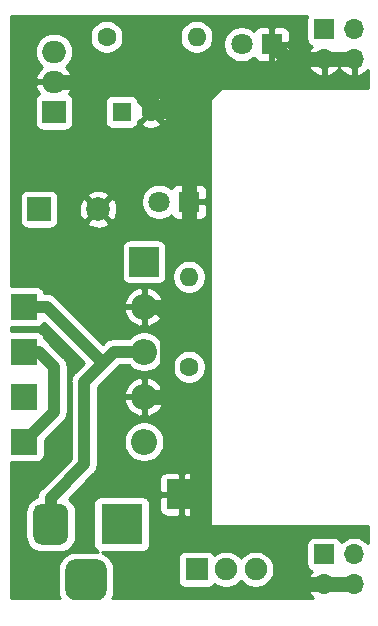
<source format=gbr>
%TF.GenerationSoftware,KiCad,Pcbnew,(5.1.10)-1*%
%TF.CreationDate,2021-09-08T17:33:34-04:00*%
%TF.ProjectId,BreadboardPowerSupplyLee,42726561-6462-46f6-9172-64506f776572,0.0.1*%
%TF.SameCoordinates,Original*%
%TF.FileFunction,Copper,L2,Bot*%
%TF.FilePolarity,Positive*%
%FSLAX46Y46*%
G04 Gerber Fmt 4.6, Leading zero omitted, Abs format (unit mm)*
G04 Created by KiCad (PCBNEW (5.1.10)-1) date 2021-09-08 17:33:34*
%MOMM*%
%LPD*%
G01*
G04 APERTURE LIST*
%TA.AperFunction,ComponentPad*%
%ADD10C,2.000000*%
%TD*%
%TA.AperFunction,ComponentPad*%
%ADD11R,2.000000X2.000000*%
%TD*%
%TA.AperFunction,ComponentPad*%
%ADD12C,1.600000*%
%TD*%
%TA.AperFunction,ComponentPad*%
%ADD13R,1.600000X1.600000*%
%TD*%
%TA.AperFunction,ComponentPad*%
%ADD14O,2.200000X2.200000*%
%TD*%
%TA.AperFunction,ComponentPad*%
%ADD15R,2.200000X2.200000*%
%TD*%
%TA.AperFunction,ComponentPad*%
%ADD16C,1.800000*%
%TD*%
%TA.AperFunction,ComponentPad*%
%ADD17R,1.800000X1.800000*%
%TD*%
%TA.AperFunction,ComponentPad*%
%ADD18R,3.500000X3.500000*%
%TD*%
%TA.AperFunction,ComponentPad*%
%ADD19O,1.700000X1.700000*%
%TD*%
%TA.AperFunction,ComponentPad*%
%ADD20R,1.700000X1.700000*%
%TD*%
%TA.AperFunction,ComponentPad*%
%ADD21O,1.600000X1.600000*%
%TD*%
%TA.AperFunction,ComponentPad*%
%ADD22C,1.900000*%
%TD*%
%TA.AperFunction,ComponentPad*%
%ADD23R,1.900000X1.900000*%
%TD*%
%TA.AperFunction,ComponentPad*%
%ADD24O,2.000000X1.905000*%
%TD*%
%TA.AperFunction,ComponentPad*%
%ADD25R,2.000000X1.905000*%
%TD*%
%TA.AperFunction,ComponentPad*%
%ADD26R,2.500000X2.500000*%
%TD*%
%TA.AperFunction,Conductor*%
%ADD27C,1.016000*%
%TD*%
%TA.AperFunction,Conductor*%
%ADD28C,1.270000*%
%TD*%
%TA.AperFunction,Conductor*%
%ADD29C,0.254000*%
%TD*%
%TA.AperFunction,Conductor*%
%ADD30C,0.100000*%
%TD*%
G04 APERTURE END LIST*
D10*
%TO.P,C1,2*%
%TO.N,GND*%
X141525000Y-106045000D03*
D11*
%TO.P,C1,1*%
%TO.N,/VDCraw*%
X136525000Y-106045000D03*
%TD*%
D12*
%TO.P,C2,2*%
%TO.N,GND*%
X146010000Y-97790000D03*
D13*
%TO.P,C2,1*%
%TO.N,/Vout*%
X143510000Y-97790000D03*
%TD*%
D14*
%TO.P,D1,2*%
%TO.N,/VSwitched*%
X145415000Y-125730000D03*
D15*
%TO.P,D1,1*%
%TO.N,/VDCraw*%
X135255000Y-125730000D03*
%TD*%
D14*
%TO.P,D2,2*%
%TO.N,GND*%
X145415000Y-121920000D03*
D15*
%TO.P,D2,1*%
%TO.N,/VSwitched*%
X135255000Y-121920000D03*
%TD*%
D14*
%TO.P,D3,2*%
%TO.N,/VinReference*%
X145415000Y-118110000D03*
D15*
%TO.P,D3,1*%
%TO.N,/VDCraw*%
X135255000Y-118110000D03*
%TD*%
D14*
%TO.P,D4,2*%
%TO.N,GND*%
X145415000Y-114300000D03*
D15*
%TO.P,D4,1*%
%TO.N,/VinReference*%
X135255000Y-114300000D03*
%TD*%
D16*
%TO.P,D5,2*%
%TO.N,/PowerOn*%
X146685000Y-105410000D03*
D17*
%TO.P,D5,1*%
%TO.N,GND*%
X149225000Y-105410000D03*
%TD*%
D16*
%TO.P,D6,2*%
%TO.N,/RegOn*%
X153670000Y-92075000D03*
D17*
%TO.P,D6,1*%
%TO.N,GND*%
X156210000Y-92075000D03*
%TD*%
%TO.P,J1,3*%
%TO.N,Net-(J1-Pad3)*%
%TA.AperFunction,ComponentPad*%
G36*
G01*
X138760000Y-138290000D02*
X138760000Y-136540000D01*
G75*
G02*
X139635000Y-135665000I875000J0D01*
G01*
X141385000Y-135665000D01*
G75*
G02*
X142260000Y-136540000I0J-875000D01*
G01*
X142260000Y-138290000D01*
G75*
G02*
X141385000Y-139165000I-875000J0D01*
G01*
X139635000Y-139165000D01*
G75*
G02*
X138760000Y-138290000I0J875000D01*
G01*
G37*
%TD.AperFunction*%
%TO.P,J1,2*%
%TO.N,/VinReference*%
%TA.AperFunction,ComponentPad*%
G36*
G01*
X136010000Y-133715000D02*
X136010000Y-131715000D01*
G75*
G02*
X136760000Y-130965000I750000J0D01*
G01*
X138260000Y-130965000D01*
G75*
G02*
X139010000Y-131715000I0J-750000D01*
G01*
X139010000Y-133715000D01*
G75*
G02*
X138260000Y-134465000I-750000J0D01*
G01*
X136760000Y-134465000D01*
G75*
G02*
X136010000Y-133715000I0J750000D01*
G01*
G37*
%TD.AperFunction*%
D18*
%TO.P,J1,1*%
%TO.N,/Vin*%
X143510000Y-132715000D03*
%TD*%
D19*
%TO.P,J2,4*%
%TO.N,GND*%
X163195000Y-93345000D03*
%TO.P,J2,3*%
X160655000Y-93345000D03*
%TO.P,J2,2*%
%TO.N,/Vout*%
X163195000Y-90805000D03*
D20*
%TO.P,J2,1*%
X160655000Y-90805000D03*
%TD*%
D19*
%TO.P,J3,4*%
%TO.N,GND*%
X163195000Y-137795000D03*
%TO.P,J3,3*%
X160655000Y-137795000D03*
%TO.P,J3,2*%
%TO.N,/Vout*%
X163195000Y-135255000D03*
D20*
%TO.P,J3,1*%
X160655000Y-135255000D03*
%TD*%
D21*
%TO.P,R1,2*%
%TO.N,/PowerOn*%
X149225000Y-111760000D03*
D12*
%TO.P,R1,1*%
%TO.N,/VDCraw*%
X149225000Y-119380000D03*
%TD*%
D21*
%TO.P,R2,2*%
%TO.N,/RegOn*%
X149860000Y-91440000D03*
D12*
%TO.P,R2,1*%
%TO.N,/Vout*%
X142240000Y-91440000D03*
%TD*%
D22*
%TO.P,SW1,3*%
%TO.N,Net-(SW1-Pad3)*%
X154860000Y-136525000D03*
%TO.P,SW1,2*%
%TO.N,/Vin*%
X152360000Y-136525000D03*
D23*
%TO.P,SW1,1*%
%TO.N,/VSwitched*%
X149860000Y-136525000D03*
%TD*%
D24*
%TO.P,U1,3*%
%TO.N,/Vout*%
X137795000Y-92710000D03*
%TO.P,U1,2*%
%TO.N,GND*%
X137795000Y-95250000D03*
D25*
%TO.P,U1,1*%
%TO.N,/VDCraw*%
X137795000Y-97790000D03*
%TD*%
D26*
%TO.P,GND1,1*%
%TO.N,GND*%
X148590000Y-130175000D03*
%TD*%
%TO.P,Vcc1,1*%
%TO.N,/Vout*%
X145415000Y-110490000D03*
%TD*%
D27*
%TO.N,/VDCraw*%
X135255000Y-118110000D02*
X136525000Y-118110000D01*
X136525000Y-118110000D02*
X137795000Y-119380000D01*
X137795000Y-123190000D02*
X135255000Y-125730000D01*
X137795000Y-119380000D02*
X137795000Y-123190000D01*
D28*
%TO.N,GND*%
X163195000Y-93345000D02*
X160655000Y-93345000D01*
X160655000Y-93345000D02*
X157480000Y-93345000D01*
X157480000Y-93345000D02*
X156210000Y-92075000D01*
X146032605Y-97767395D02*
X146010000Y-97790000D01*
X149225000Y-97767395D02*
X146032605Y-97767395D01*
X151409010Y-95605990D02*
X151386405Y-95605990D01*
X151765000Y-95250000D02*
X151409010Y-95605990D01*
X155575000Y-95250000D02*
X151765000Y-95250000D01*
X151386405Y-95605990D02*
X149225000Y-97767395D01*
X157480000Y-93345000D02*
X155575000Y-95250000D01*
X146010000Y-96658630D02*
X146010000Y-97790000D01*
X143966370Y-94615000D02*
X146010000Y-96658630D01*
X141605000Y-94615000D02*
X143966370Y-94615000D01*
X140970000Y-95250000D02*
X141605000Y-94615000D01*
X137795000Y-95250000D02*
X140970000Y-95250000D01*
X149225000Y-105410000D02*
X149225000Y-97767395D01*
X163195000Y-137795000D02*
X160655000Y-137795000D01*
X149860000Y-133350000D02*
X149860000Y-121920000D01*
X156210000Y-133350000D02*
X149860000Y-133350000D01*
X157480000Y-134620000D02*
X156210000Y-133350000D01*
X158750000Y-137795000D02*
X157480000Y-136525000D01*
X157480000Y-136525000D02*
X157480000Y-134620000D01*
X160655000Y-137795000D02*
X158750000Y-137795000D01*
X147404001Y-121835999D02*
X147320000Y-121920000D01*
X147404001Y-115019001D02*
X147404001Y-121835999D01*
X146685000Y-114300000D02*
X147404001Y-115019001D01*
X145415000Y-114300000D02*
X146685000Y-114300000D01*
X147320000Y-121920000D02*
X145415000Y-121920000D01*
X149860000Y-121920000D02*
X147320000Y-121920000D01*
X149225000Y-107315000D02*
X149225000Y-105410000D01*
D27*
%TO.N,/VinReference*%
X137510000Y-132715000D02*
X137510000Y-130460000D01*
X137510000Y-130460000D02*
X140335000Y-127635000D01*
X140335000Y-127635000D02*
X140335000Y-120650000D01*
X142875000Y-118110000D02*
X145415000Y-118110000D01*
X135255000Y-114300000D02*
X137160000Y-114300000D01*
X137160000Y-114300000D02*
X141922500Y-119062500D01*
X141922500Y-119062500D02*
X142875000Y-118110000D01*
X140335000Y-120650000D02*
X141922500Y-119062500D01*
%TD*%
D29*
%TO.N,GND*%
X159215498Y-89710820D02*
X159179188Y-89830518D01*
X159166928Y-89955000D01*
X159166928Y-91655000D01*
X159179188Y-91779482D01*
X159215498Y-91899180D01*
X159274463Y-92009494D01*
X159353815Y-92106185D01*
X159450506Y-92185537D01*
X159560820Y-92244502D01*
X159641466Y-92268966D01*
X159557412Y-92344731D01*
X159383359Y-92578080D01*
X159258175Y-92840901D01*
X159213524Y-92988110D01*
X159334845Y-93218000D01*
X160528000Y-93218000D01*
X160528000Y-93198000D01*
X160782000Y-93198000D01*
X160782000Y-93218000D01*
X163068000Y-93218000D01*
X163068000Y-93198000D01*
X163322000Y-93198000D01*
X163322000Y-93218000D01*
X163342000Y-93218000D01*
X163342000Y-93472000D01*
X163322000Y-93472000D01*
X163322000Y-94665814D01*
X163551891Y-94786481D01*
X163826252Y-94689157D01*
X164076355Y-94540178D01*
X164292588Y-94345269D01*
X164338000Y-94284386D01*
X164338000Y-95758000D01*
X151130000Y-95758000D01*
X151105224Y-95760440D01*
X151081399Y-95767667D01*
X151059443Y-95779403D01*
X151040197Y-95795197D01*
X151024403Y-95814443D01*
X151012667Y-95836399D01*
X151005440Y-95860224D01*
X151003000Y-95885000D01*
X151003000Y-132715000D01*
X151005440Y-132739776D01*
X151012667Y-132763601D01*
X151024403Y-132785557D01*
X151040197Y-132804803D01*
X151059443Y-132820597D01*
X151081399Y-132832333D01*
X151105224Y-132839560D01*
X151130000Y-132842000D01*
X164338000Y-132842000D01*
X164338000Y-134297893D01*
X164141632Y-134101525D01*
X163898411Y-133939010D01*
X163628158Y-133827068D01*
X163341260Y-133770000D01*
X163048740Y-133770000D01*
X162761842Y-133827068D01*
X162491589Y-133939010D01*
X162248368Y-134101525D01*
X162116513Y-134233380D01*
X162094502Y-134160820D01*
X162035537Y-134050506D01*
X161956185Y-133953815D01*
X161859494Y-133874463D01*
X161749180Y-133815498D01*
X161629482Y-133779188D01*
X161505000Y-133766928D01*
X159805000Y-133766928D01*
X159680518Y-133779188D01*
X159560820Y-133815498D01*
X159450506Y-133874463D01*
X159353815Y-133953815D01*
X159274463Y-134050506D01*
X159215498Y-134160820D01*
X159179188Y-134280518D01*
X159166928Y-134405000D01*
X159166928Y-136105000D01*
X159179188Y-136229482D01*
X159215498Y-136349180D01*
X159274463Y-136459494D01*
X159353815Y-136556185D01*
X159450506Y-136635537D01*
X159560820Y-136694502D01*
X159641466Y-136718966D01*
X159557412Y-136794731D01*
X159383359Y-137028080D01*
X159258175Y-137290901D01*
X159213524Y-137438110D01*
X159334845Y-137668000D01*
X160528000Y-137668000D01*
X160528000Y-137648000D01*
X160782000Y-137648000D01*
X160782000Y-137668000D01*
X163068000Y-137668000D01*
X163068000Y-137648000D01*
X163322000Y-137648000D01*
X163322000Y-137668000D01*
X163342000Y-137668000D01*
X163342000Y-137922000D01*
X163322000Y-137922000D01*
X163322000Y-137942000D01*
X163068000Y-137942000D01*
X163068000Y-137922000D01*
X160782000Y-137922000D01*
X160782000Y-137942000D01*
X160528000Y-137942000D01*
X160528000Y-137922000D01*
X159334845Y-137922000D01*
X159213524Y-138151890D01*
X159258175Y-138299099D01*
X159383359Y-138561920D01*
X159557412Y-138795269D01*
X159715758Y-138938000D01*
X142746029Y-138938000D01*
X142782896Y-138869028D01*
X142868999Y-138585186D01*
X142898072Y-138290000D01*
X142898072Y-136540000D01*
X142868999Y-136244814D01*
X142782896Y-135960972D01*
X142643073Y-135699382D01*
X142540995Y-135575000D01*
X148271928Y-135575000D01*
X148271928Y-137475000D01*
X148284188Y-137599482D01*
X148320498Y-137719180D01*
X148379463Y-137829494D01*
X148458815Y-137926185D01*
X148555506Y-138005537D01*
X148665820Y-138064502D01*
X148785518Y-138100812D01*
X148910000Y-138113072D01*
X150810000Y-138113072D01*
X150934482Y-138100812D01*
X151054180Y-138064502D01*
X151164494Y-138005537D01*
X151261185Y-137926185D01*
X151340537Y-137829494D01*
X151371814Y-137770979D01*
X151609221Y-137929609D01*
X151897673Y-138049089D01*
X152203891Y-138110000D01*
X152516109Y-138110000D01*
X152822327Y-138049089D01*
X153110779Y-137929609D01*
X153370379Y-137756150D01*
X153591150Y-137535379D01*
X153610000Y-137507168D01*
X153628850Y-137535379D01*
X153849621Y-137756150D01*
X154109221Y-137929609D01*
X154397673Y-138049089D01*
X154703891Y-138110000D01*
X155016109Y-138110000D01*
X155322327Y-138049089D01*
X155610779Y-137929609D01*
X155870379Y-137756150D01*
X156091150Y-137535379D01*
X156264609Y-137275779D01*
X156384089Y-136987327D01*
X156445000Y-136681109D01*
X156445000Y-136368891D01*
X156384089Y-136062673D01*
X156264609Y-135774221D01*
X156091150Y-135514621D01*
X155870379Y-135293850D01*
X155610779Y-135120391D01*
X155322327Y-135000911D01*
X155016109Y-134940000D01*
X154703891Y-134940000D01*
X154397673Y-135000911D01*
X154109221Y-135120391D01*
X153849621Y-135293850D01*
X153628850Y-135514621D01*
X153610000Y-135542832D01*
X153591150Y-135514621D01*
X153370379Y-135293850D01*
X153110779Y-135120391D01*
X152822327Y-135000911D01*
X152516109Y-134940000D01*
X152203891Y-134940000D01*
X151897673Y-135000911D01*
X151609221Y-135120391D01*
X151371814Y-135279021D01*
X151340537Y-135220506D01*
X151261185Y-135123815D01*
X151164494Y-135044463D01*
X151054180Y-134985498D01*
X150934482Y-134949188D01*
X150810000Y-134936928D01*
X148910000Y-134936928D01*
X148785518Y-134949188D01*
X148665820Y-134985498D01*
X148555506Y-135044463D01*
X148458815Y-135123815D01*
X148379463Y-135220506D01*
X148320498Y-135330820D01*
X148284188Y-135450518D01*
X148271928Y-135575000D01*
X142540995Y-135575000D01*
X142454903Y-135470097D01*
X142225618Y-135281927D01*
X141964028Y-135142104D01*
X141835357Y-135103072D01*
X145260000Y-135103072D01*
X145384482Y-135090812D01*
X145504180Y-135054502D01*
X145614494Y-134995537D01*
X145711185Y-134916185D01*
X145790537Y-134819494D01*
X145849502Y-134709180D01*
X145885812Y-134589482D01*
X145898072Y-134465000D01*
X145898072Y-131425000D01*
X146701928Y-131425000D01*
X146714188Y-131549482D01*
X146750498Y-131669180D01*
X146809463Y-131779494D01*
X146888815Y-131876185D01*
X146985506Y-131955537D01*
X147095820Y-132014502D01*
X147215518Y-132050812D01*
X147340000Y-132063072D01*
X148304250Y-132060000D01*
X148463000Y-131901250D01*
X148463000Y-130302000D01*
X148717000Y-130302000D01*
X148717000Y-131901250D01*
X148875750Y-132060000D01*
X149840000Y-132063072D01*
X149964482Y-132050812D01*
X150084180Y-132014502D01*
X150194494Y-131955537D01*
X150291185Y-131876185D01*
X150370537Y-131779494D01*
X150429502Y-131669180D01*
X150465812Y-131549482D01*
X150478072Y-131425000D01*
X150475000Y-130460750D01*
X150316250Y-130302000D01*
X148717000Y-130302000D01*
X148463000Y-130302000D01*
X146863750Y-130302000D01*
X146705000Y-130460750D01*
X146701928Y-131425000D01*
X145898072Y-131425000D01*
X145898072Y-130965000D01*
X145885812Y-130840518D01*
X145849502Y-130720820D01*
X145790537Y-130610506D01*
X145711185Y-130513815D01*
X145614494Y-130434463D01*
X145504180Y-130375498D01*
X145384482Y-130339188D01*
X145260000Y-130326928D01*
X141760000Y-130326928D01*
X141635518Y-130339188D01*
X141515820Y-130375498D01*
X141405506Y-130434463D01*
X141308815Y-130513815D01*
X141229463Y-130610506D01*
X141170498Y-130720820D01*
X141134188Y-130840518D01*
X141121928Y-130965000D01*
X141121928Y-134465000D01*
X141134188Y-134589482D01*
X141170498Y-134709180D01*
X141229463Y-134819494D01*
X141308815Y-134916185D01*
X141405506Y-134995537D01*
X141482131Y-135036494D01*
X141385000Y-135026928D01*
X139635000Y-135026928D01*
X139339814Y-135056001D01*
X139055972Y-135142104D01*
X138794382Y-135281927D01*
X138565097Y-135470097D01*
X138376927Y-135699382D01*
X138237104Y-135960972D01*
X138151001Y-136244814D01*
X138121928Y-136540000D01*
X138121928Y-138290000D01*
X138151001Y-138585186D01*
X138237104Y-138869028D01*
X138273971Y-138938000D01*
X134112000Y-138938000D01*
X134112000Y-127463837D01*
X134155000Y-127468072D01*
X136355000Y-127468072D01*
X136479482Y-127455812D01*
X136599180Y-127419502D01*
X136709494Y-127360537D01*
X136806185Y-127281185D01*
X136885537Y-127184494D01*
X136944502Y-127074180D01*
X136980812Y-126954482D01*
X136993072Y-126830000D01*
X136993072Y-125608373D01*
X138563523Y-124037923D01*
X138607133Y-124002133D01*
X138749968Y-123828089D01*
X138856103Y-123629523D01*
X138921461Y-123414067D01*
X138938000Y-123246146D01*
X138938000Y-123246140D01*
X138943529Y-123190001D01*
X138938000Y-123133862D01*
X138938000Y-119436138D01*
X138943529Y-119379999D01*
X138938000Y-119323860D01*
X138938000Y-119323854D01*
X138921461Y-119155933D01*
X138856103Y-118940477D01*
X138749968Y-118741911D01*
X138652360Y-118622976D01*
X138642924Y-118611478D01*
X138642923Y-118611477D01*
X138607133Y-118567867D01*
X138563524Y-118532078D01*
X137372927Y-117341482D01*
X137337133Y-117297867D01*
X137163089Y-117155032D01*
X136993072Y-117064157D01*
X136993072Y-117010000D01*
X136980812Y-116885518D01*
X136944502Y-116765820D01*
X136885537Y-116655506D01*
X136806185Y-116558815D01*
X136709494Y-116479463D01*
X136599180Y-116420498D01*
X136479482Y-116384188D01*
X136355000Y-116371928D01*
X134155000Y-116371928D01*
X134112000Y-116376163D01*
X134112000Y-116033837D01*
X134155000Y-116038072D01*
X136355000Y-116038072D01*
X136479482Y-116025812D01*
X136599180Y-115989502D01*
X136709494Y-115930537D01*
X136806185Y-115851185D01*
X136885537Y-115754494D01*
X136924728Y-115681173D01*
X140306054Y-119062500D01*
X139566478Y-119802077D01*
X139522868Y-119837867D01*
X139380033Y-120011911D01*
X139283703Y-120192133D01*
X139273898Y-120210477D01*
X139208539Y-120425933D01*
X139186471Y-120650000D01*
X139192001Y-120706149D01*
X139192000Y-127161553D01*
X136741478Y-129612077D01*
X136697868Y-129647867D01*
X136555033Y-129821911D01*
X136519040Y-129889250D01*
X136448898Y-130020477D01*
X136383539Y-130235933D01*
X136368339Y-130390262D01*
X136228808Y-130432589D01*
X135988829Y-130560860D01*
X135778485Y-130733485D01*
X135605860Y-130943829D01*
X135477589Y-131183808D01*
X135398599Y-131444201D01*
X135371928Y-131715000D01*
X135371928Y-133715000D01*
X135398599Y-133985799D01*
X135477589Y-134246192D01*
X135605860Y-134486171D01*
X135778485Y-134696515D01*
X135988829Y-134869140D01*
X136228808Y-134997411D01*
X136489201Y-135076401D01*
X136760000Y-135103072D01*
X138260000Y-135103072D01*
X138530799Y-135076401D01*
X138791192Y-134997411D01*
X139031171Y-134869140D01*
X139241515Y-134696515D01*
X139414140Y-134486171D01*
X139542411Y-134246192D01*
X139621401Y-133985799D01*
X139648072Y-133715000D01*
X139648072Y-131715000D01*
X139621401Y-131444201D01*
X139542411Y-131183808D01*
X139414140Y-130943829D01*
X139241515Y-130733485D01*
X139031171Y-130560860D01*
X139027531Y-130558914D01*
X140661446Y-128925000D01*
X146701928Y-128925000D01*
X146705000Y-129889250D01*
X146863750Y-130048000D01*
X148463000Y-130048000D01*
X148463000Y-128448750D01*
X148717000Y-128448750D01*
X148717000Y-130048000D01*
X150316250Y-130048000D01*
X150475000Y-129889250D01*
X150478072Y-128925000D01*
X150465812Y-128800518D01*
X150429502Y-128680820D01*
X150370537Y-128570506D01*
X150291185Y-128473815D01*
X150194494Y-128394463D01*
X150084180Y-128335498D01*
X149964482Y-128299188D01*
X149840000Y-128286928D01*
X148875750Y-128290000D01*
X148717000Y-128448750D01*
X148463000Y-128448750D01*
X148304250Y-128290000D01*
X147340000Y-128286928D01*
X147215518Y-128299188D01*
X147095820Y-128335498D01*
X146985506Y-128394463D01*
X146888815Y-128473815D01*
X146809463Y-128570506D01*
X146750498Y-128680820D01*
X146714188Y-128800518D01*
X146701928Y-128925000D01*
X140661446Y-128925000D01*
X141103529Y-128482918D01*
X141147133Y-128447133D01*
X141182918Y-128403529D01*
X141182924Y-128403523D01*
X141289967Y-128273090D01*
X141289968Y-128273089D01*
X141396103Y-128074523D01*
X141461461Y-127859067D01*
X141478000Y-127691146D01*
X141478000Y-127691140D01*
X141483529Y-127635001D01*
X141478000Y-127578862D01*
X141478000Y-125559117D01*
X143680000Y-125559117D01*
X143680000Y-125900883D01*
X143746675Y-126236081D01*
X143877463Y-126551831D01*
X144067337Y-126835998D01*
X144309002Y-127077663D01*
X144593169Y-127267537D01*
X144908919Y-127398325D01*
X145244117Y-127465000D01*
X145585883Y-127465000D01*
X145921081Y-127398325D01*
X146236831Y-127267537D01*
X146520998Y-127077663D01*
X146762663Y-126835998D01*
X146952537Y-126551831D01*
X147083325Y-126236081D01*
X147150000Y-125900883D01*
X147150000Y-125559117D01*
X147083325Y-125223919D01*
X146952537Y-124908169D01*
X146762663Y-124624002D01*
X146520998Y-124382337D01*
X146236831Y-124192463D01*
X145921081Y-124061675D01*
X145585883Y-123995000D01*
X145244117Y-123995000D01*
X144908919Y-124061675D01*
X144593169Y-124192463D01*
X144309002Y-124382337D01*
X144067337Y-124624002D01*
X143877463Y-124908169D01*
X143746675Y-125223919D01*
X143680000Y-125559117D01*
X141478000Y-125559117D01*
X141478000Y-122316122D01*
X143725825Y-122316122D01*
X143790425Y-122529094D01*
X143940469Y-122834329D01*
X144147178Y-123104427D01*
X144402609Y-123329008D01*
X144696946Y-123499442D01*
X145018877Y-123609179D01*
X145288000Y-123491600D01*
X145288000Y-122047000D01*
X145542000Y-122047000D01*
X145542000Y-123491600D01*
X145811123Y-123609179D01*
X146133054Y-123499442D01*
X146427391Y-123329008D01*
X146682822Y-123104427D01*
X146889531Y-122834329D01*
X147039575Y-122529094D01*
X147104175Y-122316122D01*
X146986125Y-122047000D01*
X145542000Y-122047000D01*
X145288000Y-122047000D01*
X143843875Y-122047000D01*
X143725825Y-122316122D01*
X141478000Y-122316122D01*
X141478000Y-121523878D01*
X143725825Y-121523878D01*
X143843875Y-121793000D01*
X145288000Y-121793000D01*
X145288000Y-120348400D01*
X145542000Y-120348400D01*
X145542000Y-121793000D01*
X146986125Y-121793000D01*
X147104175Y-121523878D01*
X147039575Y-121310906D01*
X146889531Y-121005671D01*
X146682822Y-120735573D01*
X146427391Y-120510992D01*
X146133054Y-120340558D01*
X145811123Y-120230821D01*
X145542000Y-120348400D01*
X145288000Y-120348400D01*
X145018877Y-120230821D01*
X144696946Y-120340558D01*
X144402609Y-120510992D01*
X144147178Y-120735573D01*
X143940469Y-121005671D01*
X143790425Y-121310906D01*
X143725825Y-121523878D01*
X141478000Y-121523878D01*
X141478000Y-121123445D01*
X142691025Y-119910421D01*
X142734633Y-119874633D01*
X142770420Y-119831026D01*
X142770424Y-119831022D01*
X142770428Y-119831017D01*
X143348446Y-119253000D01*
X144104339Y-119253000D01*
X144309002Y-119457663D01*
X144593169Y-119647537D01*
X144908919Y-119778325D01*
X145244117Y-119845000D01*
X145585883Y-119845000D01*
X145921081Y-119778325D01*
X146236831Y-119647537D01*
X146520998Y-119457663D01*
X146739996Y-119238665D01*
X147790000Y-119238665D01*
X147790000Y-119521335D01*
X147845147Y-119798574D01*
X147953320Y-120059727D01*
X148110363Y-120294759D01*
X148310241Y-120494637D01*
X148545273Y-120651680D01*
X148806426Y-120759853D01*
X149083665Y-120815000D01*
X149366335Y-120815000D01*
X149643574Y-120759853D01*
X149904727Y-120651680D01*
X150139759Y-120494637D01*
X150339637Y-120294759D01*
X150496680Y-120059727D01*
X150604853Y-119798574D01*
X150660000Y-119521335D01*
X150660000Y-119238665D01*
X150604853Y-118961426D01*
X150496680Y-118700273D01*
X150339637Y-118465241D01*
X150139759Y-118265363D01*
X149904727Y-118108320D01*
X149643574Y-118000147D01*
X149366335Y-117945000D01*
X149083665Y-117945000D01*
X148806426Y-118000147D01*
X148545273Y-118108320D01*
X148310241Y-118265363D01*
X148110363Y-118465241D01*
X147953320Y-118700273D01*
X147845147Y-118961426D01*
X147790000Y-119238665D01*
X146739996Y-119238665D01*
X146762663Y-119215998D01*
X146952537Y-118931831D01*
X147083325Y-118616081D01*
X147150000Y-118280883D01*
X147150000Y-117939117D01*
X147083325Y-117603919D01*
X146952537Y-117288169D01*
X146762663Y-117004002D01*
X146520998Y-116762337D01*
X146236831Y-116572463D01*
X145921081Y-116441675D01*
X145585883Y-116375000D01*
X145244117Y-116375000D01*
X144908919Y-116441675D01*
X144593169Y-116572463D01*
X144309002Y-116762337D01*
X144104339Y-116967000D01*
X142931138Y-116967000D01*
X142874999Y-116961471D01*
X142818860Y-116967000D01*
X142818854Y-116967000D01*
X142673600Y-116981306D01*
X142650932Y-116983539D01*
X142585574Y-117003365D01*
X142435477Y-117048897D01*
X142236911Y-117155032D01*
X142062867Y-117297867D01*
X142027077Y-117341477D01*
X141922500Y-117446054D01*
X139172568Y-114696122D01*
X143725825Y-114696122D01*
X143790425Y-114909094D01*
X143940469Y-115214329D01*
X144147178Y-115484427D01*
X144402609Y-115709008D01*
X144696946Y-115879442D01*
X145018877Y-115989179D01*
X145288000Y-115871600D01*
X145288000Y-114427000D01*
X145542000Y-114427000D01*
X145542000Y-115871600D01*
X145811123Y-115989179D01*
X146133054Y-115879442D01*
X146427391Y-115709008D01*
X146682822Y-115484427D01*
X146889531Y-115214329D01*
X147039575Y-114909094D01*
X147104175Y-114696122D01*
X146986125Y-114427000D01*
X145542000Y-114427000D01*
X145288000Y-114427000D01*
X143843875Y-114427000D01*
X143725825Y-114696122D01*
X139172568Y-114696122D01*
X138380324Y-113903878D01*
X143725825Y-113903878D01*
X143843875Y-114173000D01*
X145288000Y-114173000D01*
X145288000Y-112728400D01*
X145542000Y-112728400D01*
X145542000Y-114173000D01*
X146986125Y-114173000D01*
X147104175Y-113903878D01*
X147039575Y-113690906D01*
X146889531Y-113385671D01*
X146682822Y-113115573D01*
X146427391Y-112890992D01*
X146133054Y-112720558D01*
X145811123Y-112610821D01*
X145542000Y-112728400D01*
X145288000Y-112728400D01*
X145018877Y-112610821D01*
X144696946Y-112720558D01*
X144402609Y-112890992D01*
X144147178Y-113115573D01*
X143940469Y-113385671D01*
X143790425Y-113690906D01*
X143725825Y-113903878D01*
X138380324Y-113903878D01*
X138007927Y-113531482D01*
X137972133Y-113487867D01*
X137798089Y-113345032D01*
X137599523Y-113238897D01*
X137384067Y-113173539D01*
X137216146Y-113157000D01*
X137216139Y-113157000D01*
X137160000Y-113151471D01*
X137103861Y-113157000D01*
X136988837Y-113157000D01*
X136980812Y-113075518D01*
X136944502Y-112955820D01*
X136885537Y-112845506D01*
X136806185Y-112748815D01*
X136709494Y-112669463D01*
X136599180Y-112610498D01*
X136479482Y-112574188D01*
X136355000Y-112561928D01*
X134155000Y-112561928D01*
X134112000Y-112566163D01*
X134112000Y-109240000D01*
X143526928Y-109240000D01*
X143526928Y-111740000D01*
X143539188Y-111864482D01*
X143575498Y-111984180D01*
X143634463Y-112094494D01*
X143713815Y-112191185D01*
X143810506Y-112270537D01*
X143920820Y-112329502D01*
X144040518Y-112365812D01*
X144165000Y-112378072D01*
X146665000Y-112378072D01*
X146789482Y-112365812D01*
X146909180Y-112329502D01*
X147019494Y-112270537D01*
X147116185Y-112191185D01*
X147195537Y-112094494D01*
X147254502Y-111984180D01*
X147290812Y-111864482D01*
X147303072Y-111740000D01*
X147303072Y-111618665D01*
X147790000Y-111618665D01*
X147790000Y-111901335D01*
X147845147Y-112178574D01*
X147953320Y-112439727D01*
X148110363Y-112674759D01*
X148310241Y-112874637D01*
X148545273Y-113031680D01*
X148806426Y-113139853D01*
X149083665Y-113195000D01*
X149366335Y-113195000D01*
X149643574Y-113139853D01*
X149904727Y-113031680D01*
X150139759Y-112874637D01*
X150339637Y-112674759D01*
X150496680Y-112439727D01*
X150604853Y-112178574D01*
X150660000Y-111901335D01*
X150660000Y-111618665D01*
X150604853Y-111341426D01*
X150496680Y-111080273D01*
X150339637Y-110845241D01*
X150139759Y-110645363D01*
X149904727Y-110488320D01*
X149643574Y-110380147D01*
X149366335Y-110325000D01*
X149083665Y-110325000D01*
X148806426Y-110380147D01*
X148545273Y-110488320D01*
X148310241Y-110645363D01*
X148110363Y-110845241D01*
X147953320Y-111080273D01*
X147845147Y-111341426D01*
X147790000Y-111618665D01*
X147303072Y-111618665D01*
X147303072Y-109240000D01*
X147290812Y-109115518D01*
X147254502Y-108995820D01*
X147195537Y-108885506D01*
X147116185Y-108788815D01*
X147019494Y-108709463D01*
X146909180Y-108650498D01*
X146789482Y-108614188D01*
X146665000Y-108601928D01*
X144165000Y-108601928D01*
X144040518Y-108614188D01*
X143920820Y-108650498D01*
X143810506Y-108709463D01*
X143713815Y-108788815D01*
X143634463Y-108885506D01*
X143575498Y-108995820D01*
X143539188Y-109115518D01*
X143526928Y-109240000D01*
X134112000Y-109240000D01*
X134112000Y-105045000D01*
X134886928Y-105045000D01*
X134886928Y-107045000D01*
X134899188Y-107169482D01*
X134935498Y-107289180D01*
X134994463Y-107399494D01*
X135073815Y-107496185D01*
X135170506Y-107575537D01*
X135280820Y-107634502D01*
X135400518Y-107670812D01*
X135525000Y-107683072D01*
X137525000Y-107683072D01*
X137649482Y-107670812D01*
X137769180Y-107634502D01*
X137879494Y-107575537D01*
X137976185Y-107496185D01*
X138055537Y-107399494D01*
X138114502Y-107289180D01*
X138147496Y-107180413D01*
X140569192Y-107180413D01*
X140664956Y-107444814D01*
X140954571Y-107585704D01*
X141266108Y-107667384D01*
X141587595Y-107686718D01*
X141906675Y-107642961D01*
X142211088Y-107537795D01*
X142385044Y-107444814D01*
X142480808Y-107180413D01*
X141525000Y-106224605D01*
X140569192Y-107180413D01*
X138147496Y-107180413D01*
X138150812Y-107169482D01*
X138163072Y-107045000D01*
X138163072Y-106107595D01*
X139883282Y-106107595D01*
X139927039Y-106426675D01*
X140032205Y-106731088D01*
X140125186Y-106905044D01*
X140389587Y-107000808D01*
X141345395Y-106045000D01*
X141704605Y-106045000D01*
X142660413Y-107000808D01*
X142924814Y-106905044D01*
X143065704Y-106615429D01*
X143147384Y-106303892D01*
X143166718Y-105982405D01*
X143122961Y-105663325D01*
X143017795Y-105358912D01*
X142964293Y-105258816D01*
X145150000Y-105258816D01*
X145150000Y-105561184D01*
X145208989Y-105857743D01*
X145324701Y-106137095D01*
X145492688Y-106388505D01*
X145706495Y-106602312D01*
X145957905Y-106770299D01*
X146237257Y-106886011D01*
X146533816Y-106945000D01*
X146836184Y-106945000D01*
X147132743Y-106886011D01*
X147412095Y-106770299D01*
X147663505Y-106602312D01*
X147729944Y-106535873D01*
X147735498Y-106554180D01*
X147794463Y-106664494D01*
X147873815Y-106761185D01*
X147970506Y-106840537D01*
X148080820Y-106899502D01*
X148200518Y-106935812D01*
X148325000Y-106948072D01*
X148939250Y-106945000D01*
X149098000Y-106786250D01*
X149098000Y-105537000D01*
X149352000Y-105537000D01*
X149352000Y-106786250D01*
X149510750Y-106945000D01*
X150125000Y-106948072D01*
X150249482Y-106935812D01*
X150369180Y-106899502D01*
X150479494Y-106840537D01*
X150576185Y-106761185D01*
X150655537Y-106664494D01*
X150714502Y-106554180D01*
X150750812Y-106434482D01*
X150763072Y-106310000D01*
X150760000Y-105695750D01*
X150601250Y-105537000D01*
X149352000Y-105537000D01*
X149098000Y-105537000D01*
X149078000Y-105537000D01*
X149078000Y-105283000D01*
X149098000Y-105283000D01*
X149098000Y-104033750D01*
X149352000Y-104033750D01*
X149352000Y-105283000D01*
X150601250Y-105283000D01*
X150760000Y-105124250D01*
X150763072Y-104510000D01*
X150750812Y-104385518D01*
X150714502Y-104265820D01*
X150655537Y-104155506D01*
X150576185Y-104058815D01*
X150479494Y-103979463D01*
X150369180Y-103920498D01*
X150249482Y-103884188D01*
X150125000Y-103871928D01*
X149510750Y-103875000D01*
X149352000Y-104033750D01*
X149098000Y-104033750D01*
X148939250Y-103875000D01*
X148325000Y-103871928D01*
X148200518Y-103884188D01*
X148080820Y-103920498D01*
X147970506Y-103979463D01*
X147873815Y-104058815D01*
X147794463Y-104155506D01*
X147735498Y-104265820D01*
X147729944Y-104284127D01*
X147663505Y-104217688D01*
X147412095Y-104049701D01*
X147132743Y-103933989D01*
X146836184Y-103875000D01*
X146533816Y-103875000D01*
X146237257Y-103933989D01*
X145957905Y-104049701D01*
X145706495Y-104217688D01*
X145492688Y-104431495D01*
X145324701Y-104682905D01*
X145208989Y-104962257D01*
X145150000Y-105258816D01*
X142964293Y-105258816D01*
X142924814Y-105184956D01*
X142660413Y-105089192D01*
X141704605Y-106045000D01*
X141345395Y-106045000D01*
X140389587Y-105089192D01*
X140125186Y-105184956D01*
X139984296Y-105474571D01*
X139902616Y-105786108D01*
X139883282Y-106107595D01*
X138163072Y-106107595D01*
X138163072Y-105045000D01*
X138150812Y-104920518D01*
X138147497Y-104909587D01*
X140569192Y-104909587D01*
X141525000Y-105865395D01*
X142480808Y-104909587D01*
X142385044Y-104645186D01*
X142095429Y-104504296D01*
X141783892Y-104422616D01*
X141462405Y-104403282D01*
X141143325Y-104447039D01*
X140838912Y-104552205D01*
X140664956Y-104645186D01*
X140569192Y-104909587D01*
X138147497Y-104909587D01*
X138114502Y-104800820D01*
X138055537Y-104690506D01*
X137976185Y-104593815D01*
X137879494Y-104514463D01*
X137769180Y-104455498D01*
X137649482Y-104419188D01*
X137525000Y-104406928D01*
X135525000Y-104406928D01*
X135400518Y-104419188D01*
X135280820Y-104455498D01*
X135170506Y-104514463D01*
X135073815Y-104593815D01*
X134994463Y-104690506D01*
X134935498Y-104800820D01*
X134899188Y-104920518D01*
X134886928Y-105045000D01*
X134112000Y-105045000D01*
X134112000Y-96837500D01*
X136156928Y-96837500D01*
X136156928Y-98742500D01*
X136169188Y-98866982D01*
X136205498Y-98986680D01*
X136264463Y-99096994D01*
X136343815Y-99193685D01*
X136440506Y-99273037D01*
X136550820Y-99332002D01*
X136670518Y-99368312D01*
X136795000Y-99380572D01*
X138795000Y-99380572D01*
X138919482Y-99368312D01*
X139039180Y-99332002D01*
X139149494Y-99273037D01*
X139246185Y-99193685D01*
X139325537Y-99096994D01*
X139384502Y-98986680D01*
X139420812Y-98866982D01*
X139433072Y-98742500D01*
X139433072Y-96990000D01*
X142071928Y-96990000D01*
X142071928Y-98590000D01*
X142084188Y-98714482D01*
X142120498Y-98834180D01*
X142179463Y-98944494D01*
X142258815Y-99041185D01*
X142355506Y-99120537D01*
X142465820Y-99179502D01*
X142585518Y-99215812D01*
X142710000Y-99228072D01*
X144310000Y-99228072D01*
X144434482Y-99215812D01*
X144554180Y-99179502D01*
X144664494Y-99120537D01*
X144761185Y-99041185D01*
X144840537Y-98944494D01*
X144899502Y-98834180D01*
X144915117Y-98782702D01*
X145196903Y-98782702D01*
X145268486Y-99026671D01*
X145523996Y-99147571D01*
X145798184Y-99216300D01*
X146080512Y-99230217D01*
X146360130Y-99188787D01*
X146626292Y-99093603D01*
X146751514Y-99026671D01*
X146823097Y-98782702D01*
X146010000Y-97969605D01*
X145196903Y-98782702D01*
X144915117Y-98782702D01*
X144935812Y-98714482D01*
X144948072Y-98590000D01*
X144948072Y-98582785D01*
X145017298Y-98603097D01*
X145830395Y-97790000D01*
X146189605Y-97790000D01*
X147002702Y-98603097D01*
X147246671Y-98531514D01*
X147367571Y-98276004D01*
X147436300Y-98001816D01*
X147450217Y-97719488D01*
X147408787Y-97439870D01*
X147313603Y-97173708D01*
X147246671Y-97048486D01*
X147002702Y-96976903D01*
X146189605Y-97790000D01*
X145830395Y-97790000D01*
X145017298Y-96976903D01*
X144948072Y-96997215D01*
X144948072Y-96990000D01*
X144935812Y-96865518D01*
X144915118Y-96797298D01*
X145196903Y-96797298D01*
X146010000Y-97610395D01*
X146823097Y-96797298D01*
X146751514Y-96553329D01*
X146496004Y-96432429D01*
X146221816Y-96363700D01*
X145939488Y-96349783D01*
X145659870Y-96391213D01*
X145393708Y-96486397D01*
X145268486Y-96553329D01*
X145196903Y-96797298D01*
X144915118Y-96797298D01*
X144899502Y-96745820D01*
X144840537Y-96635506D01*
X144761185Y-96538815D01*
X144664494Y-96459463D01*
X144554180Y-96400498D01*
X144434482Y-96364188D01*
X144310000Y-96351928D01*
X142710000Y-96351928D01*
X142585518Y-96364188D01*
X142465820Y-96400498D01*
X142355506Y-96459463D01*
X142258815Y-96538815D01*
X142179463Y-96635506D01*
X142120498Y-96745820D01*
X142084188Y-96865518D01*
X142071928Y-96990000D01*
X139433072Y-96990000D01*
X139433072Y-96837500D01*
X139420812Y-96713018D01*
X139384502Y-96593320D01*
X139325537Y-96483006D01*
X139246185Y-96386315D01*
X139149494Y-96306963D01*
X139057781Y-96257941D01*
X139170969Y-96116923D01*
X139314571Y-95841094D01*
X139385563Y-95622980D01*
X139265594Y-95377000D01*
X137922000Y-95377000D01*
X137922000Y-95397000D01*
X137668000Y-95397000D01*
X137668000Y-95377000D01*
X136324406Y-95377000D01*
X136204437Y-95622980D01*
X136275429Y-95841094D01*
X136419031Y-96116923D01*
X136532219Y-96257941D01*
X136440506Y-96306963D01*
X136343815Y-96386315D01*
X136264463Y-96483006D01*
X136205498Y-96593320D01*
X136169188Y-96713018D01*
X136156928Y-96837500D01*
X134112000Y-96837500D01*
X134112000Y-92710000D01*
X136152319Y-92710000D01*
X136182970Y-93021204D01*
X136273745Y-93320449D01*
X136421155Y-93596235D01*
X136619537Y-93837963D01*
X136798899Y-93985163D01*
X136613685Y-94140563D01*
X136419031Y-94383077D01*
X136275429Y-94658906D01*
X136204437Y-94877020D01*
X136324406Y-95123000D01*
X137668000Y-95123000D01*
X137668000Y-95103000D01*
X137922000Y-95103000D01*
X137922000Y-95123000D01*
X139265594Y-95123000D01*
X139385563Y-94877020D01*
X139314571Y-94658906D01*
X139170969Y-94383077D01*
X138976315Y-94140563D01*
X138791101Y-93985163D01*
X138970463Y-93837963D01*
X139082135Y-93701890D01*
X159213524Y-93701890D01*
X159258175Y-93849099D01*
X159383359Y-94111920D01*
X159557412Y-94345269D01*
X159773645Y-94540178D01*
X160023748Y-94689157D01*
X160298109Y-94786481D01*
X160528000Y-94665814D01*
X160528000Y-93472000D01*
X160782000Y-93472000D01*
X160782000Y-94665814D01*
X161011891Y-94786481D01*
X161286252Y-94689157D01*
X161536355Y-94540178D01*
X161752588Y-94345269D01*
X161925000Y-94114120D01*
X162097412Y-94345269D01*
X162313645Y-94540178D01*
X162563748Y-94689157D01*
X162838109Y-94786481D01*
X163068000Y-94665814D01*
X163068000Y-93472000D01*
X160782000Y-93472000D01*
X160528000Y-93472000D01*
X159334845Y-93472000D01*
X159213524Y-93701890D01*
X139082135Y-93701890D01*
X139168845Y-93596235D01*
X139316255Y-93320449D01*
X139407030Y-93021204D01*
X139437681Y-92710000D01*
X139407030Y-92398796D01*
X139316255Y-92099551D01*
X139168845Y-91823765D01*
X138970463Y-91582037D01*
X138728735Y-91383655D01*
X138569730Y-91298665D01*
X140805000Y-91298665D01*
X140805000Y-91581335D01*
X140860147Y-91858574D01*
X140968320Y-92119727D01*
X141125363Y-92354759D01*
X141325241Y-92554637D01*
X141560273Y-92711680D01*
X141821426Y-92819853D01*
X142098665Y-92875000D01*
X142381335Y-92875000D01*
X142658574Y-92819853D01*
X142919727Y-92711680D01*
X143154759Y-92554637D01*
X143354637Y-92354759D01*
X143511680Y-92119727D01*
X143619853Y-91858574D01*
X143675000Y-91581335D01*
X143675000Y-91298665D01*
X148425000Y-91298665D01*
X148425000Y-91581335D01*
X148480147Y-91858574D01*
X148588320Y-92119727D01*
X148745363Y-92354759D01*
X148945241Y-92554637D01*
X149180273Y-92711680D01*
X149441426Y-92819853D01*
X149718665Y-92875000D01*
X150001335Y-92875000D01*
X150278574Y-92819853D01*
X150539727Y-92711680D01*
X150774759Y-92554637D01*
X150974637Y-92354759D01*
X151131680Y-92119727D01*
X151212828Y-91923816D01*
X152135000Y-91923816D01*
X152135000Y-92226184D01*
X152193989Y-92522743D01*
X152309701Y-92802095D01*
X152477688Y-93053505D01*
X152691495Y-93267312D01*
X152942905Y-93435299D01*
X153222257Y-93551011D01*
X153518816Y-93610000D01*
X153821184Y-93610000D01*
X154117743Y-93551011D01*
X154397095Y-93435299D01*
X154648505Y-93267312D01*
X154714944Y-93200873D01*
X154720498Y-93219180D01*
X154779463Y-93329494D01*
X154858815Y-93426185D01*
X154955506Y-93505537D01*
X155065820Y-93564502D01*
X155185518Y-93600812D01*
X155310000Y-93613072D01*
X155924250Y-93610000D01*
X156083000Y-93451250D01*
X156083000Y-92202000D01*
X156337000Y-92202000D01*
X156337000Y-93451250D01*
X156495750Y-93610000D01*
X157110000Y-93613072D01*
X157234482Y-93600812D01*
X157354180Y-93564502D01*
X157464494Y-93505537D01*
X157561185Y-93426185D01*
X157640537Y-93329494D01*
X157699502Y-93219180D01*
X157735812Y-93099482D01*
X157748072Y-92975000D01*
X157745000Y-92360750D01*
X157586250Y-92202000D01*
X156337000Y-92202000D01*
X156083000Y-92202000D01*
X156063000Y-92202000D01*
X156063000Y-91948000D01*
X156083000Y-91948000D01*
X156083000Y-90698750D01*
X156337000Y-90698750D01*
X156337000Y-91948000D01*
X157586250Y-91948000D01*
X157745000Y-91789250D01*
X157748072Y-91175000D01*
X157735812Y-91050518D01*
X157699502Y-90930820D01*
X157640537Y-90820506D01*
X157561185Y-90723815D01*
X157464494Y-90644463D01*
X157354180Y-90585498D01*
X157234482Y-90549188D01*
X157110000Y-90536928D01*
X156495750Y-90540000D01*
X156337000Y-90698750D01*
X156083000Y-90698750D01*
X155924250Y-90540000D01*
X155310000Y-90536928D01*
X155185518Y-90549188D01*
X155065820Y-90585498D01*
X154955506Y-90644463D01*
X154858815Y-90723815D01*
X154779463Y-90820506D01*
X154720498Y-90930820D01*
X154714944Y-90949127D01*
X154648505Y-90882688D01*
X154397095Y-90714701D01*
X154117743Y-90598989D01*
X153821184Y-90540000D01*
X153518816Y-90540000D01*
X153222257Y-90598989D01*
X152942905Y-90714701D01*
X152691495Y-90882688D01*
X152477688Y-91096495D01*
X152309701Y-91347905D01*
X152193989Y-91627257D01*
X152135000Y-91923816D01*
X151212828Y-91923816D01*
X151239853Y-91858574D01*
X151295000Y-91581335D01*
X151295000Y-91298665D01*
X151239853Y-91021426D01*
X151131680Y-90760273D01*
X150974637Y-90525241D01*
X150774759Y-90325363D01*
X150539727Y-90168320D01*
X150278574Y-90060147D01*
X150001335Y-90005000D01*
X149718665Y-90005000D01*
X149441426Y-90060147D01*
X149180273Y-90168320D01*
X148945241Y-90325363D01*
X148745363Y-90525241D01*
X148588320Y-90760273D01*
X148480147Y-91021426D01*
X148425000Y-91298665D01*
X143675000Y-91298665D01*
X143619853Y-91021426D01*
X143511680Y-90760273D01*
X143354637Y-90525241D01*
X143154759Y-90325363D01*
X142919727Y-90168320D01*
X142658574Y-90060147D01*
X142381335Y-90005000D01*
X142098665Y-90005000D01*
X141821426Y-90060147D01*
X141560273Y-90168320D01*
X141325241Y-90325363D01*
X141125363Y-90525241D01*
X140968320Y-90760273D01*
X140860147Y-91021426D01*
X140805000Y-91298665D01*
X138569730Y-91298665D01*
X138452949Y-91236245D01*
X138153704Y-91145470D01*
X137920486Y-91122500D01*
X137669514Y-91122500D01*
X137436296Y-91145470D01*
X137137051Y-91236245D01*
X136861265Y-91383655D01*
X136619537Y-91582037D01*
X136421155Y-91823765D01*
X136273745Y-92099551D01*
X136182970Y-92398796D01*
X136152319Y-92710000D01*
X134112000Y-92710000D01*
X134112000Y-89662000D01*
X159241593Y-89662000D01*
X159215498Y-89710820D01*
%TA.AperFunction,Conductor*%
D30*
G36*
X159215498Y-89710820D02*
G01*
X159179188Y-89830518D01*
X159166928Y-89955000D01*
X159166928Y-91655000D01*
X159179188Y-91779482D01*
X159215498Y-91899180D01*
X159274463Y-92009494D01*
X159353815Y-92106185D01*
X159450506Y-92185537D01*
X159560820Y-92244502D01*
X159641466Y-92268966D01*
X159557412Y-92344731D01*
X159383359Y-92578080D01*
X159258175Y-92840901D01*
X159213524Y-92988110D01*
X159334845Y-93218000D01*
X160528000Y-93218000D01*
X160528000Y-93198000D01*
X160782000Y-93198000D01*
X160782000Y-93218000D01*
X163068000Y-93218000D01*
X163068000Y-93198000D01*
X163322000Y-93198000D01*
X163322000Y-93218000D01*
X163342000Y-93218000D01*
X163342000Y-93472000D01*
X163322000Y-93472000D01*
X163322000Y-94665814D01*
X163551891Y-94786481D01*
X163826252Y-94689157D01*
X164076355Y-94540178D01*
X164292588Y-94345269D01*
X164338000Y-94284386D01*
X164338000Y-95758000D01*
X151130000Y-95758000D01*
X151105224Y-95760440D01*
X151081399Y-95767667D01*
X151059443Y-95779403D01*
X151040197Y-95795197D01*
X151024403Y-95814443D01*
X151012667Y-95836399D01*
X151005440Y-95860224D01*
X151003000Y-95885000D01*
X151003000Y-132715000D01*
X151005440Y-132739776D01*
X151012667Y-132763601D01*
X151024403Y-132785557D01*
X151040197Y-132804803D01*
X151059443Y-132820597D01*
X151081399Y-132832333D01*
X151105224Y-132839560D01*
X151130000Y-132842000D01*
X164338000Y-132842000D01*
X164338000Y-134297893D01*
X164141632Y-134101525D01*
X163898411Y-133939010D01*
X163628158Y-133827068D01*
X163341260Y-133770000D01*
X163048740Y-133770000D01*
X162761842Y-133827068D01*
X162491589Y-133939010D01*
X162248368Y-134101525D01*
X162116513Y-134233380D01*
X162094502Y-134160820D01*
X162035537Y-134050506D01*
X161956185Y-133953815D01*
X161859494Y-133874463D01*
X161749180Y-133815498D01*
X161629482Y-133779188D01*
X161505000Y-133766928D01*
X159805000Y-133766928D01*
X159680518Y-133779188D01*
X159560820Y-133815498D01*
X159450506Y-133874463D01*
X159353815Y-133953815D01*
X159274463Y-134050506D01*
X159215498Y-134160820D01*
X159179188Y-134280518D01*
X159166928Y-134405000D01*
X159166928Y-136105000D01*
X159179188Y-136229482D01*
X159215498Y-136349180D01*
X159274463Y-136459494D01*
X159353815Y-136556185D01*
X159450506Y-136635537D01*
X159560820Y-136694502D01*
X159641466Y-136718966D01*
X159557412Y-136794731D01*
X159383359Y-137028080D01*
X159258175Y-137290901D01*
X159213524Y-137438110D01*
X159334845Y-137668000D01*
X160528000Y-137668000D01*
X160528000Y-137648000D01*
X160782000Y-137648000D01*
X160782000Y-137668000D01*
X163068000Y-137668000D01*
X163068000Y-137648000D01*
X163322000Y-137648000D01*
X163322000Y-137668000D01*
X163342000Y-137668000D01*
X163342000Y-137922000D01*
X163322000Y-137922000D01*
X163322000Y-137942000D01*
X163068000Y-137942000D01*
X163068000Y-137922000D01*
X160782000Y-137922000D01*
X160782000Y-137942000D01*
X160528000Y-137942000D01*
X160528000Y-137922000D01*
X159334845Y-137922000D01*
X159213524Y-138151890D01*
X159258175Y-138299099D01*
X159383359Y-138561920D01*
X159557412Y-138795269D01*
X159715758Y-138938000D01*
X142746029Y-138938000D01*
X142782896Y-138869028D01*
X142868999Y-138585186D01*
X142898072Y-138290000D01*
X142898072Y-136540000D01*
X142868999Y-136244814D01*
X142782896Y-135960972D01*
X142643073Y-135699382D01*
X142540995Y-135575000D01*
X148271928Y-135575000D01*
X148271928Y-137475000D01*
X148284188Y-137599482D01*
X148320498Y-137719180D01*
X148379463Y-137829494D01*
X148458815Y-137926185D01*
X148555506Y-138005537D01*
X148665820Y-138064502D01*
X148785518Y-138100812D01*
X148910000Y-138113072D01*
X150810000Y-138113072D01*
X150934482Y-138100812D01*
X151054180Y-138064502D01*
X151164494Y-138005537D01*
X151261185Y-137926185D01*
X151340537Y-137829494D01*
X151371814Y-137770979D01*
X151609221Y-137929609D01*
X151897673Y-138049089D01*
X152203891Y-138110000D01*
X152516109Y-138110000D01*
X152822327Y-138049089D01*
X153110779Y-137929609D01*
X153370379Y-137756150D01*
X153591150Y-137535379D01*
X153610000Y-137507168D01*
X153628850Y-137535379D01*
X153849621Y-137756150D01*
X154109221Y-137929609D01*
X154397673Y-138049089D01*
X154703891Y-138110000D01*
X155016109Y-138110000D01*
X155322327Y-138049089D01*
X155610779Y-137929609D01*
X155870379Y-137756150D01*
X156091150Y-137535379D01*
X156264609Y-137275779D01*
X156384089Y-136987327D01*
X156445000Y-136681109D01*
X156445000Y-136368891D01*
X156384089Y-136062673D01*
X156264609Y-135774221D01*
X156091150Y-135514621D01*
X155870379Y-135293850D01*
X155610779Y-135120391D01*
X155322327Y-135000911D01*
X155016109Y-134940000D01*
X154703891Y-134940000D01*
X154397673Y-135000911D01*
X154109221Y-135120391D01*
X153849621Y-135293850D01*
X153628850Y-135514621D01*
X153610000Y-135542832D01*
X153591150Y-135514621D01*
X153370379Y-135293850D01*
X153110779Y-135120391D01*
X152822327Y-135000911D01*
X152516109Y-134940000D01*
X152203891Y-134940000D01*
X151897673Y-135000911D01*
X151609221Y-135120391D01*
X151371814Y-135279021D01*
X151340537Y-135220506D01*
X151261185Y-135123815D01*
X151164494Y-135044463D01*
X151054180Y-134985498D01*
X150934482Y-134949188D01*
X150810000Y-134936928D01*
X148910000Y-134936928D01*
X148785518Y-134949188D01*
X148665820Y-134985498D01*
X148555506Y-135044463D01*
X148458815Y-135123815D01*
X148379463Y-135220506D01*
X148320498Y-135330820D01*
X148284188Y-135450518D01*
X148271928Y-135575000D01*
X142540995Y-135575000D01*
X142454903Y-135470097D01*
X142225618Y-135281927D01*
X141964028Y-135142104D01*
X141835357Y-135103072D01*
X145260000Y-135103072D01*
X145384482Y-135090812D01*
X145504180Y-135054502D01*
X145614494Y-134995537D01*
X145711185Y-134916185D01*
X145790537Y-134819494D01*
X145849502Y-134709180D01*
X145885812Y-134589482D01*
X145898072Y-134465000D01*
X145898072Y-131425000D01*
X146701928Y-131425000D01*
X146714188Y-131549482D01*
X146750498Y-131669180D01*
X146809463Y-131779494D01*
X146888815Y-131876185D01*
X146985506Y-131955537D01*
X147095820Y-132014502D01*
X147215518Y-132050812D01*
X147340000Y-132063072D01*
X148304250Y-132060000D01*
X148463000Y-131901250D01*
X148463000Y-130302000D01*
X148717000Y-130302000D01*
X148717000Y-131901250D01*
X148875750Y-132060000D01*
X149840000Y-132063072D01*
X149964482Y-132050812D01*
X150084180Y-132014502D01*
X150194494Y-131955537D01*
X150291185Y-131876185D01*
X150370537Y-131779494D01*
X150429502Y-131669180D01*
X150465812Y-131549482D01*
X150478072Y-131425000D01*
X150475000Y-130460750D01*
X150316250Y-130302000D01*
X148717000Y-130302000D01*
X148463000Y-130302000D01*
X146863750Y-130302000D01*
X146705000Y-130460750D01*
X146701928Y-131425000D01*
X145898072Y-131425000D01*
X145898072Y-130965000D01*
X145885812Y-130840518D01*
X145849502Y-130720820D01*
X145790537Y-130610506D01*
X145711185Y-130513815D01*
X145614494Y-130434463D01*
X145504180Y-130375498D01*
X145384482Y-130339188D01*
X145260000Y-130326928D01*
X141760000Y-130326928D01*
X141635518Y-130339188D01*
X141515820Y-130375498D01*
X141405506Y-130434463D01*
X141308815Y-130513815D01*
X141229463Y-130610506D01*
X141170498Y-130720820D01*
X141134188Y-130840518D01*
X141121928Y-130965000D01*
X141121928Y-134465000D01*
X141134188Y-134589482D01*
X141170498Y-134709180D01*
X141229463Y-134819494D01*
X141308815Y-134916185D01*
X141405506Y-134995537D01*
X141482131Y-135036494D01*
X141385000Y-135026928D01*
X139635000Y-135026928D01*
X139339814Y-135056001D01*
X139055972Y-135142104D01*
X138794382Y-135281927D01*
X138565097Y-135470097D01*
X138376927Y-135699382D01*
X138237104Y-135960972D01*
X138151001Y-136244814D01*
X138121928Y-136540000D01*
X138121928Y-138290000D01*
X138151001Y-138585186D01*
X138237104Y-138869028D01*
X138273971Y-138938000D01*
X134112000Y-138938000D01*
X134112000Y-127463837D01*
X134155000Y-127468072D01*
X136355000Y-127468072D01*
X136479482Y-127455812D01*
X136599180Y-127419502D01*
X136709494Y-127360537D01*
X136806185Y-127281185D01*
X136885537Y-127184494D01*
X136944502Y-127074180D01*
X136980812Y-126954482D01*
X136993072Y-126830000D01*
X136993072Y-125608373D01*
X138563523Y-124037923D01*
X138607133Y-124002133D01*
X138749968Y-123828089D01*
X138856103Y-123629523D01*
X138921461Y-123414067D01*
X138938000Y-123246146D01*
X138938000Y-123246140D01*
X138943529Y-123190001D01*
X138938000Y-123133862D01*
X138938000Y-119436138D01*
X138943529Y-119379999D01*
X138938000Y-119323860D01*
X138938000Y-119323854D01*
X138921461Y-119155933D01*
X138856103Y-118940477D01*
X138749968Y-118741911D01*
X138652360Y-118622976D01*
X138642924Y-118611478D01*
X138642923Y-118611477D01*
X138607133Y-118567867D01*
X138563524Y-118532078D01*
X137372927Y-117341482D01*
X137337133Y-117297867D01*
X137163089Y-117155032D01*
X136993072Y-117064157D01*
X136993072Y-117010000D01*
X136980812Y-116885518D01*
X136944502Y-116765820D01*
X136885537Y-116655506D01*
X136806185Y-116558815D01*
X136709494Y-116479463D01*
X136599180Y-116420498D01*
X136479482Y-116384188D01*
X136355000Y-116371928D01*
X134155000Y-116371928D01*
X134112000Y-116376163D01*
X134112000Y-116033837D01*
X134155000Y-116038072D01*
X136355000Y-116038072D01*
X136479482Y-116025812D01*
X136599180Y-115989502D01*
X136709494Y-115930537D01*
X136806185Y-115851185D01*
X136885537Y-115754494D01*
X136924728Y-115681173D01*
X140306054Y-119062500D01*
X139566478Y-119802077D01*
X139522868Y-119837867D01*
X139380033Y-120011911D01*
X139283703Y-120192133D01*
X139273898Y-120210477D01*
X139208539Y-120425933D01*
X139186471Y-120650000D01*
X139192001Y-120706149D01*
X139192000Y-127161553D01*
X136741478Y-129612077D01*
X136697868Y-129647867D01*
X136555033Y-129821911D01*
X136519040Y-129889250D01*
X136448898Y-130020477D01*
X136383539Y-130235933D01*
X136368339Y-130390262D01*
X136228808Y-130432589D01*
X135988829Y-130560860D01*
X135778485Y-130733485D01*
X135605860Y-130943829D01*
X135477589Y-131183808D01*
X135398599Y-131444201D01*
X135371928Y-131715000D01*
X135371928Y-133715000D01*
X135398599Y-133985799D01*
X135477589Y-134246192D01*
X135605860Y-134486171D01*
X135778485Y-134696515D01*
X135988829Y-134869140D01*
X136228808Y-134997411D01*
X136489201Y-135076401D01*
X136760000Y-135103072D01*
X138260000Y-135103072D01*
X138530799Y-135076401D01*
X138791192Y-134997411D01*
X139031171Y-134869140D01*
X139241515Y-134696515D01*
X139414140Y-134486171D01*
X139542411Y-134246192D01*
X139621401Y-133985799D01*
X139648072Y-133715000D01*
X139648072Y-131715000D01*
X139621401Y-131444201D01*
X139542411Y-131183808D01*
X139414140Y-130943829D01*
X139241515Y-130733485D01*
X139031171Y-130560860D01*
X139027531Y-130558914D01*
X140661446Y-128925000D01*
X146701928Y-128925000D01*
X146705000Y-129889250D01*
X146863750Y-130048000D01*
X148463000Y-130048000D01*
X148463000Y-128448750D01*
X148717000Y-128448750D01*
X148717000Y-130048000D01*
X150316250Y-130048000D01*
X150475000Y-129889250D01*
X150478072Y-128925000D01*
X150465812Y-128800518D01*
X150429502Y-128680820D01*
X150370537Y-128570506D01*
X150291185Y-128473815D01*
X150194494Y-128394463D01*
X150084180Y-128335498D01*
X149964482Y-128299188D01*
X149840000Y-128286928D01*
X148875750Y-128290000D01*
X148717000Y-128448750D01*
X148463000Y-128448750D01*
X148304250Y-128290000D01*
X147340000Y-128286928D01*
X147215518Y-128299188D01*
X147095820Y-128335498D01*
X146985506Y-128394463D01*
X146888815Y-128473815D01*
X146809463Y-128570506D01*
X146750498Y-128680820D01*
X146714188Y-128800518D01*
X146701928Y-128925000D01*
X140661446Y-128925000D01*
X141103529Y-128482918D01*
X141147133Y-128447133D01*
X141182918Y-128403529D01*
X141182924Y-128403523D01*
X141289967Y-128273090D01*
X141289968Y-128273089D01*
X141396103Y-128074523D01*
X141461461Y-127859067D01*
X141478000Y-127691146D01*
X141478000Y-127691140D01*
X141483529Y-127635001D01*
X141478000Y-127578862D01*
X141478000Y-125559117D01*
X143680000Y-125559117D01*
X143680000Y-125900883D01*
X143746675Y-126236081D01*
X143877463Y-126551831D01*
X144067337Y-126835998D01*
X144309002Y-127077663D01*
X144593169Y-127267537D01*
X144908919Y-127398325D01*
X145244117Y-127465000D01*
X145585883Y-127465000D01*
X145921081Y-127398325D01*
X146236831Y-127267537D01*
X146520998Y-127077663D01*
X146762663Y-126835998D01*
X146952537Y-126551831D01*
X147083325Y-126236081D01*
X147150000Y-125900883D01*
X147150000Y-125559117D01*
X147083325Y-125223919D01*
X146952537Y-124908169D01*
X146762663Y-124624002D01*
X146520998Y-124382337D01*
X146236831Y-124192463D01*
X145921081Y-124061675D01*
X145585883Y-123995000D01*
X145244117Y-123995000D01*
X144908919Y-124061675D01*
X144593169Y-124192463D01*
X144309002Y-124382337D01*
X144067337Y-124624002D01*
X143877463Y-124908169D01*
X143746675Y-125223919D01*
X143680000Y-125559117D01*
X141478000Y-125559117D01*
X141478000Y-122316122D01*
X143725825Y-122316122D01*
X143790425Y-122529094D01*
X143940469Y-122834329D01*
X144147178Y-123104427D01*
X144402609Y-123329008D01*
X144696946Y-123499442D01*
X145018877Y-123609179D01*
X145288000Y-123491600D01*
X145288000Y-122047000D01*
X145542000Y-122047000D01*
X145542000Y-123491600D01*
X145811123Y-123609179D01*
X146133054Y-123499442D01*
X146427391Y-123329008D01*
X146682822Y-123104427D01*
X146889531Y-122834329D01*
X147039575Y-122529094D01*
X147104175Y-122316122D01*
X146986125Y-122047000D01*
X145542000Y-122047000D01*
X145288000Y-122047000D01*
X143843875Y-122047000D01*
X143725825Y-122316122D01*
X141478000Y-122316122D01*
X141478000Y-121523878D01*
X143725825Y-121523878D01*
X143843875Y-121793000D01*
X145288000Y-121793000D01*
X145288000Y-120348400D01*
X145542000Y-120348400D01*
X145542000Y-121793000D01*
X146986125Y-121793000D01*
X147104175Y-121523878D01*
X147039575Y-121310906D01*
X146889531Y-121005671D01*
X146682822Y-120735573D01*
X146427391Y-120510992D01*
X146133054Y-120340558D01*
X145811123Y-120230821D01*
X145542000Y-120348400D01*
X145288000Y-120348400D01*
X145018877Y-120230821D01*
X144696946Y-120340558D01*
X144402609Y-120510992D01*
X144147178Y-120735573D01*
X143940469Y-121005671D01*
X143790425Y-121310906D01*
X143725825Y-121523878D01*
X141478000Y-121523878D01*
X141478000Y-121123445D01*
X142691025Y-119910421D01*
X142734633Y-119874633D01*
X142770420Y-119831026D01*
X142770424Y-119831022D01*
X142770428Y-119831017D01*
X143348446Y-119253000D01*
X144104339Y-119253000D01*
X144309002Y-119457663D01*
X144593169Y-119647537D01*
X144908919Y-119778325D01*
X145244117Y-119845000D01*
X145585883Y-119845000D01*
X145921081Y-119778325D01*
X146236831Y-119647537D01*
X146520998Y-119457663D01*
X146739996Y-119238665D01*
X147790000Y-119238665D01*
X147790000Y-119521335D01*
X147845147Y-119798574D01*
X147953320Y-120059727D01*
X148110363Y-120294759D01*
X148310241Y-120494637D01*
X148545273Y-120651680D01*
X148806426Y-120759853D01*
X149083665Y-120815000D01*
X149366335Y-120815000D01*
X149643574Y-120759853D01*
X149904727Y-120651680D01*
X150139759Y-120494637D01*
X150339637Y-120294759D01*
X150496680Y-120059727D01*
X150604853Y-119798574D01*
X150660000Y-119521335D01*
X150660000Y-119238665D01*
X150604853Y-118961426D01*
X150496680Y-118700273D01*
X150339637Y-118465241D01*
X150139759Y-118265363D01*
X149904727Y-118108320D01*
X149643574Y-118000147D01*
X149366335Y-117945000D01*
X149083665Y-117945000D01*
X148806426Y-118000147D01*
X148545273Y-118108320D01*
X148310241Y-118265363D01*
X148110363Y-118465241D01*
X147953320Y-118700273D01*
X147845147Y-118961426D01*
X147790000Y-119238665D01*
X146739996Y-119238665D01*
X146762663Y-119215998D01*
X146952537Y-118931831D01*
X147083325Y-118616081D01*
X147150000Y-118280883D01*
X147150000Y-117939117D01*
X147083325Y-117603919D01*
X146952537Y-117288169D01*
X146762663Y-117004002D01*
X146520998Y-116762337D01*
X146236831Y-116572463D01*
X145921081Y-116441675D01*
X145585883Y-116375000D01*
X145244117Y-116375000D01*
X144908919Y-116441675D01*
X144593169Y-116572463D01*
X144309002Y-116762337D01*
X144104339Y-116967000D01*
X142931138Y-116967000D01*
X142874999Y-116961471D01*
X142818860Y-116967000D01*
X142818854Y-116967000D01*
X142673600Y-116981306D01*
X142650932Y-116983539D01*
X142585574Y-117003365D01*
X142435477Y-117048897D01*
X142236911Y-117155032D01*
X142062867Y-117297867D01*
X142027077Y-117341477D01*
X141922500Y-117446054D01*
X139172568Y-114696122D01*
X143725825Y-114696122D01*
X143790425Y-114909094D01*
X143940469Y-115214329D01*
X144147178Y-115484427D01*
X144402609Y-115709008D01*
X144696946Y-115879442D01*
X145018877Y-115989179D01*
X145288000Y-115871600D01*
X145288000Y-114427000D01*
X145542000Y-114427000D01*
X145542000Y-115871600D01*
X145811123Y-115989179D01*
X146133054Y-115879442D01*
X146427391Y-115709008D01*
X146682822Y-115484427D01*
X146889531Y-115214329D01*
X147039575Y-114909094D01*
X147104175Y-114696122D01*
X146986125Y-114427000D01*
X145542000Y-114427000D01*
X145288000Y-114427000D01*
X143843875Y-114427000D01*
X143725825Y-114696122D01*
X139172568Y-114696122D01*
X138380324Y-113903878D01*
X143725825Y-113903878D01*
X143843875Y-114173000D01*
X145288000Y-114173000D01*
X145288000Y-112728400D01*
X145542000Y-112728400D01*
X145542000Y-114173000D01*
X146986125Y-114173000D01*
X147104175Y-113903878D01*
X147039575Y-113690906D01*
X146889531Y-113385671D01*
X146682822Y-113115573D01*
X146427391Y-112890992D01*
X146133054Y-112720558D01*
X145811123Y-112610821D01*
X145542000Y-112728400D01*
X145288000Y-112728400D01*
X145018877Y-112610821D01*
X144696946Y-112720558D01*
X144402609Y-112890992D01*
X144147178Y-113115573D01*
X143940469Y-113385671D01*
X143790425Y-113690906D01*
X143725825Y-113903878D01*
X138380324Y-113903878D01*
X138007927Y-113531482D01*
X137972133Y-113487867D01*
X137798089Y-113345032D01*
X137599523Y-113238897D01*
X137384067Y-113173539D01*
X137216146Y-113157000D01*
X137216139Y-113157000D01*
X137160000Y-113151471D01*
X137103861Y-113157000D01*
X136988837Y-113157000D01*
X136980812Y-113075518D01*
X136944502Y-112955820D01*
X136885537Y-112845506D01*
X136806185Y-112748815D01*
X136709494Y-112669463D01*
X136599180Y-112610498D01*
X136479482Y-112574188D01*
X136355000Y-112561928D01*
X134155000Y-112561928D01*
X134112000Y-112566163D01*
X134112000Y-109240000D01*
X143526928Y-109240000D01*
X143526928Y-111740000D01*
X143539188Y-111864482D01*
X143575498Y-111984180D01*
X143634463Y-112094494D01*
X143713815Y-112191185D01*
X143810506Y-112270537D01*
X143920820Y-112329502D01*
X144040518Y-112365812D01*
X144165000Y-112378072D01*
X146665000Y-112378072D01*
X146789482Y-112365812D01*
X146909180Y-112329502D01*
X147019494Y-112270537D01*
X147116185Y-112191185D01*
X147195537Y-112094494D01*
X147254502Y-111984180D01*
X147290812Y-111864482D01*
X147303072Y-111740000D01*
X147303072Y-111618665D01*
X147790000Y-111618665D01*
X147790000Y-111901335D01*
X147845147Y-112178574D01*
X147953320Y-112439727D01*
X148110363Y-112674759D01*
X148310241Y-112874637D01*
X148545273Y-113031680D01*
X148806426Y-113139853D01*
X149083665Y-113195000D01*
X149366335Y-113195000D01*
X149643574Y-113139853D01*
X149904727Y-113031680D01*
X150139759Y-112874637D01*
X150339637Y-112674759D01*
X150496680Y-112439727D01*
X150604853Y-112178574D01*
X150660000Y-111901335D01*
X150660000Y-111618665D01*
X150604853Y-111341426D01*
X150496680Y-111080273D01*
X150339637Y-110845241D01*
X150139759Y-110645363D01*
X149904727Y-110488320D01*
X149643574Y-110380147D01*
X149366335Y-110325000D01*
X149083665Y-110325000D01*
X148806426Y-110380147D01*
X148545273Y-110488320D01*
X148310241Y-110645363D01*
X148110363Y-110845241D01*
X147953320Y-111080273D01*
X147845147Y-111341426D01*
X147790000Y-111618665D01*
X147303072Y-111618665D01*
X147303072Y-109240000D01*
X147290812Y-109115518D01*
X147254502Y-108995820D01*
X147195537Y-108885506D01*
X147116185Y-108788815D01*
X147019494Y-108709463D01*
X146909180Y-108650498D01*
X146789482Y-108614188D01*
X146665000Y-108601928D01*
X144165000Y-108601928D01*
X144040518Y-108614188D01*
X143920820Y-108650498D01*
X143810506Y-108709463D01*
X143713815Y-108788815D01*
X143634463Y-108885506D01*
X143575498Y-108995820D01*
X143539188Y-109115518D01*
X143526928Y-109240000D01*
X134112000Y-109240000D01*
X134112000Y-105045000D01*
X134886928Y-105045000D01*
X134886928Y-107045000D01*
X134899188Y-107169482D01*
X134935498Y-107289180D01*
X134994463Y-107399494D01*
X135073815Y-107496185D01*
X135170506Y-107575537D01*
X135280820Y-107634502D01*
X135400518Y-107670812D01*
X135525000Y-107683072D01*
X137525000Y-107683072D01*
X137649482Y-107670812D01*
X137769180Y-107634502D01*
X137879494Y-107575537D01*
X137976185Y-107496185D01*
X138055537Y-107399494D01*
X138114502Y-107289180D01*
X138147496Y-107180413D01*
X140569192Y-107180413D01*
X140664956Y-107444814D01*
X140954571Y-107585704D01*
X141266108Y-107667384D01*
X141587595Y-107686718D01*
X141906675Y-107642961D01*
X142211088Y-107537795D01*
X142385044Y-107444814D01*
X142480808Y-107180413D01*
X141525000Y-106224605D01*
X140569192Y-107180413D01*
X138147496Y-107180413D01*
X138150812Y-107169482D01*
X138163072Y-107045000D01*
X138163072Y-106107595D01*
X139883282Y-106107595D01*
X139927039Y-106426675D01*
X140032205Y-106731088D01*
X140125186Y-106905044D01*
X140389587Y-107000808D01*
X141345395Y-106045000D01*
X141704605Y-106045000D01*
X142660413Y-107000808D01*
X142924814Y-106905044D01*
X143065704Y-106615429D01*
X143147384Y-106303892D01*
X143166718Y-105982405D01*
X143122961Y-105663325D01*
X143017795Y-105358912D01*
X142964293Y-105258816D01*
X145150000Y-105258816D01*
X145150000Y-105561184D01*
X145208989Y-105857743D01*
X145324701Y-106137095D01*
X145492688Y-106388505D01*
X145706495Y-106602312D01*
X145957905Y-106770299D01*
X146237257Y-106886011D01*
X146533816Y-106945000D01*
X146836184Y-106945000D01*
X147132743Y-106886011D01*
X147412095Y-106770299D01*
X147663505Y-106602312D01*
X147729944Y-106535873D01*
X147735498Y-106554180D01*
X147794463Y-106664494D01*
X147873815Y-106761185D01*
X147970506Y-106840537D01*
X148080820Y-106899502D01*
X148200518Y-106935812D01*
X148325000Y-106948072D01*
X148939250Y-106945000D01*
X149098000Y-106786250D01*
X149098000Y-105537000D01*
X149352000Y-105537000D01*
X149352000Y-106786250D01*
X149510750Y-106945000D01*
X150125000Y-106948072D01*
X150249482Y-106935812D01*
X150369180Y-106899502D01*
X150479494Y-106840537D01*
X150576185Y-106761185D01*
X150655537Y-106664494D01*
X150714502Y-106554180D01*
X150750812Y-106434482D01*
X150763072Y-106310000D01*
X150760000Y-105695750D01*
X150601250Y-105537000D01*
X149352000Y-105537000D01*
X149098000Y-105537000D01*
X149078000Y-105537000D01*
X149078000Y-105283000D01*
X149098000Y-105283000D01*
X149098000Y-104033750D01*
X149352000Y-104033750D01*
X149352000Y-105283000D01*
X150601250Y-105283000D01*
X150760000Y-105124250D01*
X150763072Y-104510000D01*
X150750812Y-104385518D01*
X150714502Y-104265820D01*
X150655537Y-104155506D01*
X150576185Y-104058815D01*
X150479494Y-103979463D01*
X150369180Y-103920498D01*
X150249482Y-103884188D01*
X150125000Y-103871928D01*
X149510750Y-103875000D01*
X149352000Y-104033750D01*
X149098000Y-104033750D01*
X148939250Y-103875000D01*
X148325000Y-103871928D01*
X148200518Y-103884188D01*
X148080820Y-103920498D01*
X147970506Y-103979463D01*
X147873815Y-104058815D01*
X147794463Y-104155506D01*
X147735498Y-104265820D01*
X147729944Y-104284127D01*
X147663505Y-104217688D01*
X147412095Y-104049701D01*
X147132743Y-103933989D01*
X146836184Y-103875000D01*
X146533816Y-103875000D01*
X146237257Y-103933989D01*
X145957905Y-104049701D01*
X145706495Y-104217688D01*
X145492688Y-104431495D01*
X145324701Y-104682905D01*
X145208989Y-104962257D01*
X145150000Y-105258816D01*
X142964293Y-105258816D01*
X142924814Y-105184956D01*
X142660413Y-105089192D01*
X141704605Y-106045000D01*
X141345395Y-106045000D01*
X140389587Y-105089192D01*
X140125186Y-105184956D01*
X139984296Y-105474571D01*
X139902616Y-105786108D01*
X139883282Y-106107595D01*
X138163072Y-106107595D01*
X138163072Y-105045000D01*
X138150812Y-104920518D01*
X138147497Y-104909587D01*
X140569192Y-104909587D01*
X141525000Y-105865395D01*
X142480808Y-104909587D01*
X142385044Y-104645186D01*
X142095429Y-104504296D01*
X141783892Y-104422616D01*
X141462405Y-104403282D01*
X141143325Y-104447039D01*
X140838912Y-104552205D01*
X140664956Y-104645186D01*
X140569192Y-104909587D01*
X138147497Y-104909587D01*
X138114502Y-104800820D01*
X138055537Y-104690506D01*
X137976185Y-104593815D01*
X137879494Y-104514463D01*
X137769180Y-104455498D01*
X137649482Y-104419188D01*
X137525000Y-104406928D01*
X135525000Y-104406928D01*
X135400518Y-104419188D01*
X135280820Y-104455498D01*
X135170506Y-104514463D01*
X135073815Y-104593815D01*
X134994463Y-104690506D01*
X134935498Y-104800820D01*
X134899188Y-104920518D01*
X134886928Y-105045000D01*
X134112000Y-105045000D01*
X134112000Y-96837500D01*
X136156928Y-96837500D01*
X136156928Y-98742500D01*
X136169188Y-98866982D01*
X136205498Y-98986680D01*
X136264463Y-99096994D01*
X136343815Y-99193685D01*
X136440506Y-99273037D01*
X136550820Y-99332002D01*
X136670518Y-99368312D01*
X136795000Y-99380572D01*
X138795000Y-99380572D01*
X138919482Y-99368312D01*
X139039180Y-99332002D01*
X139149494Y-99273037D01*
X139246185Y-99193685D01*
X139325537Y-99096994D01*
X139384502Y-98986680D01*
X139420812Y-98866982D01*
X139433072Y-98742500D01*
X139433072Y-96990000D01*
X142071928Y-96990000D01*
X142071928Y-98590000D01*
X142084188Y-98714482D01*
X142120498Y-98834180D01*
X142179463Y-98944494D01*
X142258815Y-99041185D01*
X142355506Y-99120537D01*
X142465820Y-99179502D01*
X142585518Y-99215812D01*
X142710000Y-99228072D01*
X144310000Y-99228072D01*
X144434482Y-99215812D01*
X144554180Y-99179502D01*
X144664494Y-99120537D01*
X144761185Y-99041185D01*
X144840537Y-98944494D01*
X144899502Y-98834180D01*
X144915117Y-98782702D01*
X145196903Y-98782702D01*
X145268486Y-99026671D01*
X145523996Y-99147571D01*
X145798184Y-99216300D01*
X146080512Y-99230217D01*
X146360130Y-99188787D01*
X146626292Y-99093603D01*
X146751514Y-99026671D01*
X146823097Y-98782702D01*
X146010000Y-97969605D01*
X145196903Y-98782702D01*
X144915117Y-98782702D01*
X144935812Y-98714482D01*
X144948072Y-98590000D01*
X144948072Y-98582785D01*
X145017298Y-98603097D01*
X145830395Y-97790000D01*
X146189605Y-97790000D01*
X147002702Y-98603097D01*
X147246671Y-98531514D01*
X147367571Y-98276004D01*
X147436300Y-98001816D01*
X147450217Y-97719488D01*
X147408787Y-97439870D01*
X147313603Y-97173708D01*
X147246671Y-97048486D01*
X147002702Y-96976903D01*
X146189605Y-97790000D01*
X145830395Y-97790000D01*
X145017298Y-96976903D01*
X144948072Y-96997215D01*
X144948072Y-96990000D01*
X144935812Y-96865518D01*
X144915118Y-96797298D01*
X145196903Y-96797298D01*
X146010000Y-97610395D01*
X146823097Y-96797298D01*
X146751514Y-96553329D01*
X146496004Y-96432429D01*
X146221816Y-96363700D01*
X145939488Y-96349783D01*
X145659870Y-96391213D01*
X145393708Y-96486397D01*
X145268486Y-96553329D01*
X145196903Y-96797298D01*
X144915118Y-96797298D01*
X144899502Y-96745820D01*
X144840537Y-96635506D01*
X144761185Y-96538815D01*
X144664494Y-96459463D01*
X144554180Y-96400498D01*
X144434482Y-96364188D01*
X144310000Y-96351928D01*
X142710000Y-96351928D01*
X142585518Y-96364188D01*
X142465820Y-96400498D01*
X142355506Y-96459463D01*
X142258815Y-96538815D01*
X142179463Y-96635506D01*
X142120498Y-96745820D01*
X142084188Y-96865518D01*
X142071928Y-96990000D01*
X139433072Y-96990000D01*
X139433072Y-96837500D01*
X139420812Y-96713018D01*
X139384502Y-96593320D01*
X139325537Y-96483006D01*
X139246185Y-96386315D01*
X139149494Y-96306963D01*
X139057781Y-96257941D01*
X139170969Y-96116923D01*
X139314571Y-95841094D01*
X139385563Y-95622980D01*
X139265594Y-95377000D01*
X137922000Y-95377000D01*
X137922000Y-95397000D01*
X137668000Y-95397000D01*
X137668000Y-95377000D01*
X136324406Y-95377000D01*
X136204437Y-95622980D01*
X136275429Y-95841094D01*
X136419031Y-96116923D01*
X136532219Y-96257941D01*
X136440506Y-96306963D01*
X136343815Y-96386315D01*
X136264463Y-96483006D01*
X136205498Y-96593320D01*
X136169188Y-96713018D01*
X136156928Y-96837500D01*
X134112000Y-96837500D01*
X134112000Y-92710000D01*
X136152319Y-92710000D01*
X136182970Y-93021204D01*
X136273745Y-93320449D01*
X136421155Y-93596235D01*
X136619537Y-93837963D01*
X136798899Y-93985163D01*
X136613685Y-94140563D01*
X136419031Y-94383077D01*
X136275429Y-94658906D01*
X136204437Y-94877020D01*
X136324406Y-95123000D01*
X137668000Y-95123000D01*
X137668000Y-95103000D01*
X137922000Y-95103000D01*
X137922000Y-95123000D01*
X139265594Y-95123000D01*
X139385563Y-94877020D01*
X139314571Y-94658906D01*
X139170969Y-94383077D01*
X138976315Y-94140563D01*
X138791101Y-93985163D01*
X138970463Y-93837963D01*
X139082135Y-93701890D01*
X159213524Y-93701890D01*
X159258175Y-93849099D01*
X159383359Y-94111920D01*
X159557412Y-94345269D01*
X159773645Y-94540178D01*
X160023748Y-94689157D01*
X160298109Y-94786481D01*
X160528000Y-94665814D01*
X160528000Y-93472000D01*
X160782000Y-93472000D01*
X160782000Y-94665814D01*
X161011891Y-94786481D01*
X161286252Y-94689157D01*
X161536355Y-94540178D01*
X161752588Y-94345269D01*
X161925000Y-94114120D01*
X162097412Y-94345269D01*
X162313645Y-94540178D01*
X162563748Y-94689157D01*
X162838109Y-94786481D01*
X163068000Y-94665814D01*
X163068000Y-93472000D01*
X160782000Y-93472000D01*
X160528000Y-93472000D01*
X159334845Y-93472000D01*
X159213524Y-93701890D01*
X139082135Y-93701890D01*
X139168845Y-93596235D01*
X139316255Y-93320449D01*
X139407030Y-93021204D01*
X139437681Y-92710000D01*
X139407030Y-92398796D01*
X139316255Y-92099551D01*
X139168845Y-91823765D01*
X138970463Y-91582037D01*
X138728735Y-91383655D01*
X138569730Y-91298665D01*
X140805000Y-91298665D01*
X140805000Y-91581335D01*
X140860147Y-91858574D01*
X140968320Y-92119727D01*
X141125363Y-92354759D01*
X141325241Y-92554637D01*
X141560273Y-92711680D01*
X141821426Y-92819853D01*
X142098665Y-92875000D01*
X142381335Y-92875000D01*
X142658574Y-92819853D01*
X142919727Y-92711680D01*
X143154759Y-92554637D01*
X143354637Y-92354759D01*
X143511680Y-92119727D01*
X143619853Y-91858574D01*
X143675000Y-91581335D01*
X143675000Y-91298665D01*
X148425000Y-91298665D01*
X148425000Y-91581335D01*
X148480147Y-91858574D01*
X148588320Y-92119727D01*
X148745363Y-92354759D01*
X148945241Y-92554637D01*
X149180273Y-92711680D01*
X149441426Y-92819853D01*
X149718665Y-92875000D01*
X150001335Y-92875000D01*
X150278574Y-92819853D01*
X150539727Y-92711680D01*
X150774759Y-92554637D01*
X150974637Y-92354759D01*
X151131680Y-92119727D01*
X151212828Y-91923816D01*
X152135000Y-91923816D01*
X152135000Y-92226184D01*
X152193989Y-92522743D01*
X152309701Y-92802095D01*
X152477688Y-93053505D01*
X152691495Y-93267312D01*
X152942905Y-93435299D01*
X153222257Y-93551011D01*
X153518816Y-93610000D01*
X153821184Y-93610000D01*
X154117743Y-93551011D01*
X154397095Y-93435299D01*
X154648505Y-93267312D01*
X154714944Y-93200873D01*
X154720498Y-93219180D01*
X154779463Y-93329494D01*
X154858815Y-93426185D01*
X154955506Y-93505537D01*
X155065820Y-93564502D01*
X155185518Y-93600812D01*
X155310000Y-93613072D01*
X155924250Y-93610000D01*
X156083000Y-93451250D01*
X156083000Y-92202000D01*
X156337000Y-92202000D01*
X156337000Y-93451250D01*
X156495750Y-93610000D01*
X157110000Y-93613072D01*
X157234482Y-93600812D01*
X157354180Y-93564502D01*
X157464494Y-93505537D01*
X157561185Y-93426185D01*
X157640537Y-93329494D01*
X157699502Y-93219180D01*
X157735812Y-93099482D01*
X157748072Y-92975000D01*
X157745000Y-92360750D01*
X157586250Y-92202000D01*
X156337000Y-92202000D01*
X156083000Y-92202000D01*
X156063000Y-92202000D01*
X156063000Y-91948000D01*
X156083000Y-91948000D01*
X156083000Y-90698750D01*
X156337000Y-90698750D01*
X156337000Y-91948000D01*
X157586250Y-91948000D01*
X157745000Y-91789250D01*
X157748072Y-91175000D01*
X157735812Y-91050518D01*
X157699502Y-90930820D01*
X157640537Y-90820506D01*
X157561185Y-90723815D01*
X157464494Y-90644463D01*
X157354180Y-90585498D01*
X157234482Y-90549188D01*
X157110000Y-90536928D01*
X156495750Y-90540000D01*
X156337000Y-90698750D01*
X156083000Y-90698750D01*
X155924250Y-90540000D01*
X155310000Y-90536928D01*
X155185518Y-90549188D01*
X155065820Y-90585498D01*
X154955506Y-90644463D01*
X154858815Y-90723815D01*
X154779463Y-90820506D01*
X154720498Y-90930820D01*
X154714944Y-90949127D01*
X154648505Y-90882688D01*
X154397095Y-90714701D01*
X154117743Y-90598989D01*
X153821184Y-90540000D01*
X153518816Y-90540000D01*
X153222257Y-90598989D01*
X152942905Y-90714701D01*
X152691495Y-90882688D01*
X152477688Y-91096495D01*
X152309701Y-91347905D01*
X152193989Y-91627257D01*
X152135000Y-91923816D01*
X151212828Y-91923816D01*
X151239853Y-91858574D01*
X151295000Y-91581335D01*
X151295000Y-91298665D01*
X151239853Y-91021426D01*
X151131680Y-90760273D01*
X150974637Y-90525241D01*
X150774759Y-90325363D01*
X150539727Y-90168320D01*
X150278574Y-90060147D01*
X150001335Y-90005000D01*
X149718665Y-90005000D01*
X149441426Y-90060147D01*
X149180273Y-90168320D01*
X148945241Y-90325363D01*
X148745363Y-90525241D01*
X148588320Y-90760273D01*
X148480147Y-91021426D01*
X148425000Y-91298665D01*
X143675000Y-91298665D01*
X143619853Y-91021426D01*
X143511680Y-90760273D01*
X143354637Y-90525241D01*
X143154759Y-90325363D01*
X142919727Y-90168320D01*
X142658574Y-90060147D01*
X142381335Y-90005000D01*
X142098665Y-90005000D01*
X141821426Y-90060147D01*
X141560273Y-90168320D01*
X141325241Y-90325363D01*
X141125363Y-90525241D01*
X140968320Y-90760273D01*
X140860147Y-91021426D01*
X140805000Y-91298665D01*
X138569730Y-91298665D01*
X138452949Y-91236245D01*
X138153704Y-91145470D01*
X137920486Y-91122500D01*
X137669514Y-91122500D01*
X137436296Y-91145470D01*
X137137051Y-91236245D01*
X136861265Y-91383655D01*
X136619537Y-91582037D01*
X136421155Y-91823765D01*
X136273745Y-92099551D01*
X136182970Y-92398796D01*
X136152319Y-92710000D01*
X134112000Y-92710000D01*
X134112000Y-89662000D01*
X159241593Y-89662000D01*
X159215498Y-89710820D01*
G37*
%TD.AperFunction*%
%TD*%
M02*

</source>
